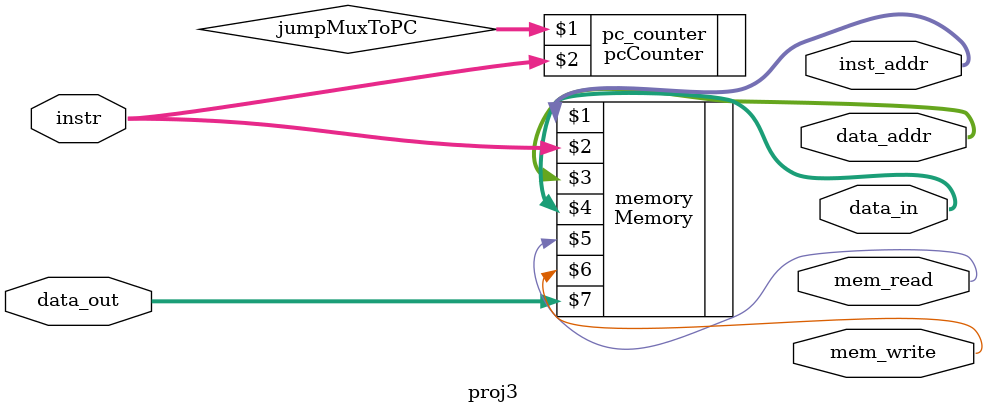
<source format=v>
module proj3(
output reg  [4*8:1]  inst_addr,
input  [31:0]  instr,
output reg  [4*8:1]  data_addr,
output reg  [31:0]  data_in,
output reg          mem_read,
output reg          mem_write,
input  [31:0]  data_out
);
//process has input and output from memoryfile  

/*  from memory file : 
module Memory(
    inst_addr,
    instr,
	data_addr,
	data_in,
	mem_read,
	mem_write,
	data_out
);

// Interface
input   [4*8:1]  inst_addr;
output  [31:0]  instr;
input   [4*8:1]  data_addr;
input   [31:0]  data_in;
input           mem_read;
input           mem_write;
output  [31:0]  data_out;

*/

//the inverse of the memories IO
// Interface 
/*
output   [4*8:1]  inst_addr;
input  [31:0]  instr;
output   [4*8:1]  data_addr;
output   [31:0]  data_in;
output           mem_read;
output           mem_write;
input  [31:0]  data_out;
*/
//FETCH STAGE 1. 

//the output of the jumpMux into the PC
//wire [7:0] jumpMuxToPC; 

//program counter and InsMem input and output
//intrastage 
/*
input wire   [4*8:1]  inst_addr;
output wire  [31:0]  instr;
*/
//output of adderPlus4tojumpMux
wire [31:0] adder4ToJumpMux;
//for pipeline: adder4ToPipeIFID
//wire [31:0] adder4ToJumpMuxToPipeIFID;

//for pipeline: inst_addrToPipeIFID 
//wire [31:0] inst_addrToPipeIFID;

//jumpMuxtoPC
wire [31:0] jumpMuxToPC;

//control signal for jumpMuxPC; 


//COMPONETS in step 1 Fetch

//pc counter
pcCounter pc_counter(jumpMuxToPC, instr); 

//instruction memory

Memory memory(inst_addr,
    instr,
	data_addr,
	data_in,
	mem_read,
	mem_write,
	data_out); 




//Hazard Detection Unit
//wire to top of PipeIFID

//HazardDetectionToPC
//wire hazardDetectToPC

//HazardDectectionToPipeIFID
//wire HazardDectectionToPipeIFID

//











/*


always@(posedge clk, posedge rst)
begin
	if(rst)
		out <= 0;
	else if(en)
		out <= in;
end
*/
		
endmodule

</source>
